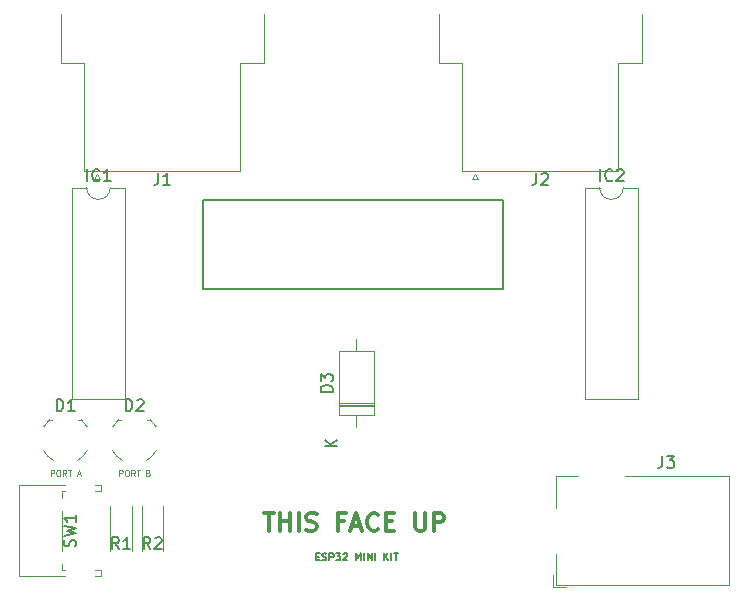
<source format=gto>
G04 #@! TF.GenerationSoftware,KiCad,Pcbnew,(5.1.0-0)*
G04 #@! TF.CreationDate,2019-03-15T08:32:39-07:00*
G04 #@! TF.ProjectId,unijoysticle,756e696a-6f79-4737-9469-636c652e6b69,rev?*
G04 #@! TF.SameCoordinates,Original*
G04 #@! TF.FileFunction,Legend,Top*
G04 #@! TF.FilePolarity,Positive*
%FSLAX46Y46*%
G04 Gerber Fmt 4.6, Leading zero omitted, Abs format (unit mm)*
G04 Created by KiCad (PCBNEW (5.1.0-0)) date 2019-03-15 08:32:39*
%MOMM*%
%LPD*%
G04 APERTURE LIST*
%ADD10C,0.300000*%
%ADD11C,0.100000*%
%ADD12C,0.120000*%
%ADD13C,0.127000*%
%ADD14C,0.150000*%
G04 APERTURE END LIST*
D10*
X134942428Y-109287571D02*
X135799571Y-109287571D01*
X135371000Y-110787571D02*
X135371000Y-109287571D01*
X136299571Y-110787571D02*
X136299571Y-109287571D01*
X136299571Y-110001857D02*
X137156714Y-110001857D01*
X137156714Y-110787571D02*
X137156714Y-109287571D01*
X137871000Y-110787571D02*
X137871000Y-109287571D01*
X138513857Y-110716142D02*
X138728142Y-110787571D01*
X139085285Y-110787571D01*
X139228142Y-110716142D01*
X139299571Y-110644714D01*
X139371000Y-110501857D01*
X139371000Y-110359000D01*
X139299571Y-110216142D01*
X139228142Y-110144714D01*
X139085285Y-110073285D01*
X138799571Y-110001857D01*
X138656714Y-109930428D01*
X138585285Y-109859000D01*
X138513857Y-109716142D01*
X138513857Y-109573285D01*
X138585285Y-109430428D01*
X138656714Y-109359000D01*
X138799571Y-109287571D01*
X139156714Y-109287571D01*
X139371000Y-109359000D01*
X141656714Y-110001857D02*
X141156714Y-110001857D01*
X141156714Y-110787571D02*
X141156714Y-109287571D01*
X141871000Y-109287571D01*
X142371000Y-110359000D02*
X143085285Y-110359000D01*
X142228142Y-110787571D02*
X142728142Y-109287571D01*
X143228142Y-110787571D01*
X144585285Y-110644714D02*
X144513857Y-110716142D01*
X144299571Y-110787571D01*
X144156714Y-110787571D01*
X143942428Y-110716142D01*
X143799571Y-110573285D01*
X143728142Y-110430428D01*
X143656714Y-110144714D01*
X143656714Y-109930428D01*
X143728142Y-109644714D01*
X143799571Y-109501857D01*
X143942428Y-109359000D01*
X144156714Y-109287571D01*
X144299571Y-109287571D01*
X144513857Y-109359000D01*
X144585285Y-109430428D01*
X145228142Y-110001857D02*
X145728142Y-110001857D01*
X145942428Y-110787571D02*
X145228142Y-110787571D01*
X145228142Y-109287571D01*
X145942428Y-109287571D01*
X147728142Y-109287571D02*
X147728142Y-110501857D01*
X147799571Y-110644714D01*
X147871000Y-110716142D01*
X148013857Y-110787571D01*
X148299571Y-110787571D01*
X148442428Y-110716142D01*
X148513857Y-110644714D01*
X148585285Y-110501857D01*
X148585285Y-109287571D01*
X149299571Y-110787571D02*
X149299571Y-109287571D01*
X149871000Y-109287571D01*
X150013857Y-109359000D01*
X150085285Y-109430428D01*
X150156714Y-109573285D01*
X150156714Y-109787571D01*
X150085285Y-109930428D01*
X150013857Y-110001857D01*
X149871000Y-110073285D01*
X149299571Y-110073285D01*
D11*
X116760000Y-101397000D02*
X117010000Y-101397000D01*
X119460000Y-101397000D02*
X119210000Y-101397000D01*
X119960000Y-103997000D02*
G75*
G02X119110000Y-104847000I-1850000J1000000D01*
G01*
X117110000Y-104847000D02*
G75*
G02X116260000Y-103997000I1000000J1850000D01*
G01*
X119466147Y-101389715D02*
G75*
G02X119960000Y-101997000I-1356147J-1607285D01*
G01*
X116268385Y-102001533D02*
G75*
G02X116760000Y-101397000I1841615J-995467D01*
G01*
D12*
X117810000Y-114120000D02*
X118040000Y-114120000D01*
X114140000Y-114640000D02*
X114140000Y-106920000D01*
X114140000Y-106920000D02*
X118040000Y-106920000D01*
X121150000Y-114640000D02*
X121150000Y-114120000D01*
X114140000Y-114640000D02*
X118040000Y-114640000D01*
X117810000Y-107440000D02*
X118040000Y-107440000D01*
X120640000Y-114120000D02*
X121150000Y-114120000D01*
X120640000Y-114640000D02*
X121150000Y-114640000D01*
X117810000Y-107980000D02*
X117810000Y-107440000D01*
X120640000Y-107440000D02*
X121150000Y-107440000D01*
X121150000Y-107440000D02*
X121150000Y-106920000D01*
X120640000Y-106920000D02*
X121150000Y-106920000D01*
X117810000Y-114120000D02*
X117810000Y-113580000D01*
X117810000Y-112480000D02*
X117810000Y-109080000D01*
D13*
X129794000Y-90297000D02*
X155194000Y-90297000D01*
X155194000Y-90297000D02*
X155194000Y-82804000D01*
X155194000Y-82804000D02*
X129794000Y-82804000D01*
X129794000Y-82804000D02*
X129794000Y-90297000D01*
X129794000Y-90297000D02*
X155194000Y-90297000D01*
X155194000Y-90297000D02*
X155194000Y-82804000D01*
X155194000Y-82804000D02*
X129794000Y-82804000D01*
X129794000Y-82804000D02*
X129794000Y-90297000D01*
D12*
X134927000Y-67068000D02*
X134927000Y-71168000D01*
X134927000Y-71168000D02*
X132917000Y-71168000D01*
X132917000Y-71168000D02*
X132917000Y-80308000D01*
X132917000Y-80308000D02*
X119717000Y-80308000D01*
X119717000Y-80308000D02*
X119717000Y-71168000D01*
X119717000Y-71168000D02*
X117707000Y-71168000D01*
X117707000Y-71168000D02*
X117707000Y-67068000D01*
X121027000Y-81002338D02*
X120527000Y-81002338D01*
X120527000Y-81002338D02*
X120777000Y-80569325D01*
X120777000Y-80569325D02*
X121027000Y-81002338D01*
X141278000Y-101018000D02*
X144218000Y-101018000D01*
X144218000Y-101018000D02*
X144218000Y-95578000D01*
X144218000Y-95578000D02*
X141278000Y-95578000D01*
X141278000Y-95578000D02*
X141278000Y-101018000D01*
X142748000Y-102038000D02*
X142748000Y-101018000D01*
X142748000Y-94558000D02*
X142748000Y-95578000D01*
X141278000Y-100118000D02*
X144218000Y-100118000D01*
X141278000Y-99998000D02*
X144218000Y-99998000D01*
X141278000Y-100238000D02*
X144218000Y-100238000D01*
X126396000Y-112537000D02*
X126396000Y-108697000D01*
X124556000Y-112537000D02*
X124556000Y-108697000D01*
X121889000Y-112537000D02*
X121889000Y-108697000D01*
X123729000Y-112537000D02*
X123729000Y-108697000D01*
X166588000Y-81728000D02*
X165338000Y-81728000D01*
X166588000Y-99628000D02*
X166588000Y-81728000D01*
X162088000Y-99628000D02*
X166588000Y-99628000D01*
X162088000Y-81728000D02*
X162088000Y-99628000D01*
X163338000Y-81728000D02*
X162088000Y-81728000D01*
X165338000Y-81728000D02*
G75*
G02X163338000Y-81728000I-1000000J0D01*
G01*
X121904000Y-81728000D02*
G75*
G02X119904000Y-81728000I-1000000J0D01*
G01*
X119904000Y-81728000D02*
X118654000Y-81728000D01*
X118654000Y-81728000D02*
X118654000Y-99628000D01*
X118654000Y-99628000D02*
X123154000Y-99628000D01*
X123154000Y-99628000D02*
X123154000Y-81728000D01*
X123154000Y-81728000D02*
X121904000Y-81728000D01*
D11*
X122602000Y-101397000D02*
X122852000Y-101397000D01*
X125302000Y-101397000D02*
X125052000Y-101397000D01*
X125802000Y-103997000D02*
G75*
G02X124952000Y-104847000I-1850000J1000000D01*
G01*
X122952000Y-104847000D02*
G75*
G02X122102000Y-103997000I1000000J1850000D01*
G01*
X125308147Y-101389715D02*
G75*
G02X125802000Y-101997000I-1356147J-1607285D01*
G01*
X122110385Y-102001533D02*
G75*
G02X122602000Y-101397000I1841615J-995467D01*
G01*
D12*
X166931000Y-67068000D02*
X166931000Y-71168000D01*
X166931000Y-71168000D02*
X164921000Y-71168000D01*
X164921000Y-71168000D02*
X164921000Y-80308000D01*
X164921000Y-80308000D02*
X151721000Y-80308000D01*
X151721000Y-80308000D02*
X151721000Y-71168000D01*
X151721000Y-71168000D02*
X149711000Y-71168000D01*
X149711000Y-71168000D02*
X149711000Y-67068000D01*
X153031000Y-81002338D02*
X152531000Y-81002338D01*
X152531000Y-81002338D02*
X152781000Y-80569325D01*
X152781000Y-80569325D02*
X153031000Y-81002338D01*
X159628000Y-115344000D02*
X159628000Y-112744000D01*
X174328000Y-115344000D02*
X159628000Y-115344000D01*
X159628000Y-106144000D02*
X161528000Y-106144000D01*
X159628000Y-108844000D02*
X159628000Y-106144000D01*
X174328000Y-106144000D02*
X174328000Y-115344000D01*
X165528000Y-106144000D02*
X174328000Y-106144000D01*
X160478000Y-115544000D02*
X159428000Y-115544000D01*
X159428000Y-114494000D02*
X159428000Y-115544000D01*
D14*
X117371904Y-100655380D02*
X117371904Y-99655380D01*
X117610000Y-99655380D01*
X117752857Y-99703000D01*
X117848095Y-99798238D01*
X117895714Y-99893476D01*
X117943333Y-100083952D01*
X117943333Y-100226809D01*
X117895714Y-100417285D01*
X117848095Y-100512523D01*
X117752857Y-100607761D01*
X117610000Y-100655380D01*
X117371904Y-100655380D01*
X118895714Y-100655380D02*
X118324285Y-100655380D01*
X118610000Y-100655380D02*
X118610000Y-99655380D01*
X118514761Y-99798238D01*
X118419523Y-99893476D01*
X118324285Y-99941095D01*
D11*
X116871904Y-106144190D02*
X116871904Y-105644190D01*
X117062380Y-105644190D01*
X117110000Y-105668000D01*
X117133809Y-105691809D01*
X117157619Y-105739428D01*
X117157619Y-105810857D01*
X117133809Y-105858476D01*
X117110000Y-105882285D01*
X117062380Y-105906095D01*
X116871904Y-105906095D01*
X117467142Y-105644190D02*
X117562380Y-105644190D01*
X117610000Y-105668000D01*
X117657619Y-105715619D01*
X117681428Y-105810857D01*
X117681428Y-105977523D01*
X117657619Y-106072761D01*
X117610000Y-106120380D01*
X117562380Y-106144190D01*
X117467142Y-106144190D01*
X117419523Y-106120380D01*
X117371904Y-106072761D01*
X117348095Y-105977523D01*
X117348095Y-105810857D01*
X117371904Y-105715619D01*
X117419523Y-105668000D01*
X117467142Y-105644190D01*
X118181428Y-106144190D02*
X118014761Y-105906095D01*
X117895714Y-106144190D02*
X117895714Y-105644190D01*
X118086190Y-105644190D01*
X118133809Y-105668000D01*
X118157619Y-105691809D01*
X118181428Y-105739428D01*
X118181428Y-105810857D01*
X118157619Y-105858476D01*
X118133809Y-105882285D01*
X118086190Y-105906095D01*
X117895714Y-105906095D01*
X118324285Y-105644190D02*
X118610000Y-105644190D01*
X118467142Y-106144190D02*
X118467142Y-105644190D01*
X119133809Y-106001333D02*
X119371904Y-106001333D01*
X119086190Y-106144190D02*
X119252857Y-105644190D01*
X119419523Y-106144190D01*
D14*
X118924761Y-112113333D02*
X118972380Y-111970476D01*
X118972380Y-111732380D01*
X118924761Y-111637142D01*
X118877142Y-111589523D01*
X118781904Y-111541904D01*
X118686666Y-111541904D01*
X118591428Y-111589523D01*
X118543809Y-111637142D01*
X118496190Y-111732380D01*
X118448571Y-111922857D01*
X118400952Y-112018095D01*
X118353333Y-112065714D01*
X118258095Y-112113333D01*
X118162857Y-112113333D01*
X118067619Y-112065714D01*
X118020000Y-112018095D01*
X117972380Y-111922857D01*
X117972380Y-111684761D01*
X118020000Y-111541904D01*
X117972380Y-111208571D02*
X118972380Y-110970476D01*
X118258095Y-110780000D01*
X118972380Y-110589523D01*
X117972380Y-110351428D01*
X118972380Y-109446666D02*
X118972380Y-110018095D01*
X118972380Y-109732380D02*
X117972380Y-109732380D01*
X118115238Y-109827619D01*
X118210476Y-109922857D01*
X118258095Y-110018095D01*
D13*
X139337142Y-112986457D02*
X139540342Y-112986457D01*
X139627428Y-113305771D02*
X139337142Y-113305771D01*
X139337142Y-112696171D01*
X139627428Y-112696171D01*
X139859657Y-113276742D02*
X139946742Y-113305771D01*
X140091885Y-113305771D01*
X140149942Y-113276742D01*
X140178971Y-113247714D01*
X140208000Y-113189657D01*
X140208000Y-113131600D01*
X140178971Y-113073542D01*
X140149942Y-113044514D01*
X140091885Y-113015485D01*
X139975771Y-112986457D01*
X139917714Y-112957428D01*
X139888685Y-112928400D01*
X139859657Y-112870342D01*
X139859657Y-112812285D01*
X139888685Y-112754228D01*
X139917714Y-112725200D01*
X139975771Y-112696171D01*
X140120914Y-112696171D01*
X140208000Y-112725200D01*
X140469257Y-113305771D02*
X140469257Y-112696171D01*
X140701485Y-112696171D01*
X140759542Y-112725200D01*
X140788571Y-112754228D01*
X140817600Y-112812285D01*
X140817600Y-112899371D01*
X140788571Y-112957428D01*
X140759542Y-112986457D01*
X140701485Y-113015485D01*
X140469257Y-113015485D01*
X141020800Y-112696171D02*
X141398171Y-112696171D01*
X141194971Y-112928400D01*
X141282057Y-112928400D01*
X141340114Y-112957428D01*
X141369142Y-112986457D01*
X141398171Y-113044514D01*
X141398171Y-113189657D01*
X141369142Y-113247714D01*
X141340114Y-113276742D01*
X141282057Y-113305771D01*
X141107885Y-113305771D01*
X141049828Y-113276742D01*
X141020800Y-113247714D01*
X141630400Y-112754228D02*
X141659428Y-112725200D01*
X141717485Y-112696171D01*
X141862628Y-112696171D01*
X141920685Y-112725200D01*
X141949714Y-112754228D01*
X141978742Y-112812285D01*
X141978742Y-112870342D01*
X141949714Y-112957428D01*
X141601371Y-113305771D01*
X141978742Y-113305771D01*
X142704457Y-113305771D02*
X142704457Y-112696171D01*
X142907657Y-113131600D01*
X143110857Y-112696171D01*
X143110857Y-113305771D01*
X143401142Y-113305771D02*
X143401142Y-112696171D01*
X143691428Y-113305771D02*
X143691428Y-112696171D01*
X144039771Y-113305771D01*
X144039771Y-112696171D01*
X144330057Y-113305771D02*
X144330057Y-112696171D01*
X145084800Y-113305771D02*
X145084800Y-112696171D01*
X145433142Y-113305771D02*
X145171885Y-112957428D01*
X145433142Y-112696171D02*
X145084800Y-113044514D01*
X145694400Y-113305771D02*
X145694400Y-112696171D01*
X145897600Y-112696171D02*
X146245942Y-112696171D01*
X146071771Y-113305771D02*
X146071771Y-112696171D01*
D14*
X125983666Y-80500380D02*
X125983666Y-81214666D01*
X125936047Y-81357523D01*
X125840809Y-81452761D01*
X125697952Y-81500380D01*
X125602714Y-81500380D01*
X126983666Y-81500380D02*
X126412238Y-81500380D01*
X126697952Y-81500380D02*
X126697952Y-80500380D01*
X126602714Y-80643238D01*
X126507476Y-80738476D01*
X126412238Y-80786095D01*
X140730380Y-99036095D02*
X139730380Y-99036095D01*
X139730380Y-98798000D01*
X139778000Y-98655142D01*
X139873238Y-98559904D01*
X139968476Y-98512285D01*
X140158952Y-98464666D01*
X140301809Y-98464666D01*
X140492285Y-98512285D01*
X140587523Y-98559904D01*
X140682761Y-98655142D01*
X140730380Y-98798000D01*
X140730380Y-99036095D01*
X139730380Y-98131333D02*
X139730380Y-97512285D01*
X140111333Y-97845619D01*
X140111333Y-97702761D01*
X140158952Y-97607523D01*
X140206571Y-97559904D01*
X140301809Y-97512285D01*
X140539904Y-97512285D01*
X140635142Y-97559904D01*
X140682761Y-97607523D01*
X140730380Y-97702761D01*
X140730380Y-97988476D01*
X140682761Y-98083714D01*
X140635142Y-98131333D01*
X141100380Y-103639904D02*
X140100380Y-103639904D01*
X141100380Y-103068476D02*
X140528952Y-103497047D01*
X140100380Y-103068476D02*
X140671809Y-103639904D01*
X125309333Y-112339380D02*
X124976000Y-111863190D01*
X124737904Y-112339380D02*
X124737904Y-111339380D01*
X125118857Y-111339380D01*
X125214095Y-111387000D01*
X125261714Y-111434619D01*
X125309333Y-111529857D01*
X125309333Y-111672714D01*
X125261714Y-111767952D01*
X125214095Y-111815571D01*
X125118857Y-111863190D01*
X124737904Y-111863190D01*
X125690285Y-111434619D02*
X125737904Y-111387000D01*
X125833142Y-111339380D01*
X126071238Y-111339380D01*
X126166476Y-111387000D01*
X126214095Y-111434619D01*
X126261714Y-111529857D01*
X126261714Y-111625095D01*
X126214095Y-111767952D01*
X125642666Y-112339380D01*
X126261714Y-112339380D01*
X122642333Y-112339380D02*
X122309000Y-111863190D01*
X122070904Y-112339380D02*
X122070904Y-111339380D01*
X122451857Y-111339380D01*
X122547095Y-111387000D01*
X122594714Y-111434619D01*
X122642333Y-111529857D01*
X122642333Y-111672714D01*
X122594714Y-111767952D01*
X122547095Y-111815571D01*
X122451857Y-111863190D01*
X122070904Y-111863190D01*
X123594714Y-112339380D02*
X123023285Y-112339380D01*
X123309000Y-112339380D02*
X123309000Y-111339380D01*
X123213761Y-111482238D01*
X123118523Y-111577476D01*
X123023285Y-111625095D01*
X163361809Y-81180380D02*
X163361809Y-80180380D01*
X164409428Y-81085142D02*
X164361809Y-81132761D01*
X164218952Y-81180380D01*
X164123714Y-81180380D01*
X163980857Y-81132761D01*
X163885619Y-81037523D01*
X163838000Y-80942285D01*
X163790380Y-80751809D01*
X163790380Y-80608952D01*
X163838000Y-80418476D01*
X163885619Y-80323238D01*
X163980857Y-80228000D01*
X164123714Y-80180380D01*
X164218952Y-80180380D01*
X164361809Y-80228000D01*
X164409428Y-80275619D01*
X164790380Y-80275619D02*
X164838000Y-80228000D01*
X164933238Y-80180380D01*
X165171333Y-80180380D01*
X165266571Y-80228000D01*
X165314190Y-80275619D01*
X165361809Y-80370857D01*
X165361809Y-80466095D01*
X165314190Y-80608952D01*
X164742761Y-81180380D01*
X165361809Y-81180380D01*
X119927809Y-81180380D02*
X119927809Y-80180380D01*
X120975428Y-81085142D02*
X120927809Y-81132761D01*
X120784952Y-81180380D01*
X120689714Y-81180380D01*
X120546857Y-81132761D01*
X120451619Y-81037523D01*
X120404000Y-80942285D01*
X120356380Y-80751809D01*
X120356380Y-80608952D01*
X120404000Y-80418476D01*
X120451619Y-80323238D01*
X120546857Y-80228000D01*
X120689714Y-80180380D01*
X120784952Y-80180380D01*
X120927809Y-80228000D01*
X120975428Y-80275619D01*
X121927809Y-81180380D02*
X121356380Y-81180380D01*
X121642095Y-81180380D02*
X121642095Y-80180380D01*
X121546857Y-80323238D01*
X121451619Y-80418476D01*
X121356380Y-80466095D01*
X123213904Y-100655380D02*
X123213904Y-99655380D01*
X123452000Y-99655380D01*
X123594857Y-99703000D01*
X123690095Y-99798238D01*
X123737714Y-99893476D01*
X123785333Y-100083952D01*
X123785333Y-100226809D01*
X123737714Y-100417285D01*
X123690095Y-100512523D01*
X123594857Y-100607761D01*
X123452000Y-100655380D01*
X123213904Y-100655380D01*
X124166285Y-99750619D02*
X124213904Y-99703000D01*
X124309142Y-99655380D01*
X124547238Y-99655380D01*
X124642476Y-99703000D01*
X124690095Y-99750619D01*
X124737714Y-99845857D01*
X124737714Y-99941095D01*
X124690095Y-100083952D01*
X124118666Y-100655380D01*
X124737714Y-100655380D01*
D11*
X122678190Y-106144190D02*
X122678190Y-105644190D01*
X122868666Y-105644190D01*
X122916285Y-105668000D01*
X122940095Y-105691809D01*
X122963904Y-105739428D01*
X122963904Y-105810857D01*
X122940095Y-105858476D01*
X122916285Y-105882285D01*
X122868666Y-105906095D01*
X122678190Y-105906095D01*
X123273428Y-105644190D02*
X123368666Y-105644190D01*
X123416285Y-105668000D01*
X123463904Y-105715619D01*
X123487714Y-105810857D01*
X123487714Y-105977523D01*
X123463904Y-106072761D01*
X123416285Y-106120380D01*
X123368666Y-106144190D01*
X123273428Y-106144190D01*
X123225809Y-106120380D01*
X123178190Y-106072761D01*
X123154380Y-105977523D01*
X123154380Y-105810857D01*
X123178190Y-105715619D01*
X123225809Y-105668000D01*
X123273428Y-105644190D01*
X123987714Y-106144190D02*
X123821047Y-105906095D01*
X123702000Y-106144190D02*
X123702000Y-105644190D01*
X123892476Y-105644190D01*
X123940095Y-105668000D01*
X123963904Y-105691809D01*
X123987714Y-105739428D01*
X123987714Y-105810857D01*
X123963904Y-105858476D01*
X123940095Y-105882285D01*
X123892476Y-105906095D01*
X123702000Y-105906095D01*
X124130571Y-105644190D02*
X124416285Y-105644190D01*
X124273428Y-106144190D02*
X124273428Y-105644190D01*
X125130571Y-105882285D02*
X125202000Y-105906095D01*
X125225809Y-105929904D01*
X125249619Y-105977523D01*
X125249619Y-106048952D01*
X125225809Y-106096571D01*
X125202000Y-106120380D01*
X125154380Y-106144190D01*
X124963904Y-106144190D01*
X124963904Y-105644190D01*
X125130571Y-105644190D01*
X125178190Y-105668000D01*
X125202000Y-105691809D01*
X125225809Y-105739428D01*
X125225809Y-105787047D01*
X125202000Y-105834666D01*
X125178190Y-105858476D01*
X125130571Y-105882285D01*
X124963904Y-105882285D01*
D14*
X157987666Y-80500380D02*
X157987666Y-81214666D01*
X157940047Y-81357523D01*
X157844809Y-81452761D01*
X157701952Y-81500380D01*
X157606714Y-81500380D01*
X158416238Y-80595619D02*
X158463857Y-80548000D01*
X158559095Y-80500380D01*
X158797190Y-80500380D01*
X158892428Y-80548000D01*
X158940047Y-80595619D01*
X158987666Y-80690857D01*
X158987666Y-80786095D01*
X158940047Y-80928952D01*
X158368619Y-81500380D01*
X158987666Y-81500380D01*
X168644666Y-104446380D02*
X168644666Y-105160666D01*
X168597047Y-105303523D01*
X168501809Y-105398761D01*
X168358952Y-105446380D01*
X168263714Y-105446380D01*
X169025619Y-104446380D02*
X169644666Y-104446380D01*
X169311333Y-104827333D01*
X169454190Y-104827333D01*
X169549428Y-104874952D01*
X169597047Y-104922571D01*
X169644666Y-105017809D01*
X169644666Y-105255904D01*
X169597047Y-105351142D01*
X169549428Y-105398761D01*
X169454190Y-105446380D01*
X169168476Y-105446380D01*
X169073238Y-105398761D01*
X169025619Y-105351142D01*
M02*

</source>
